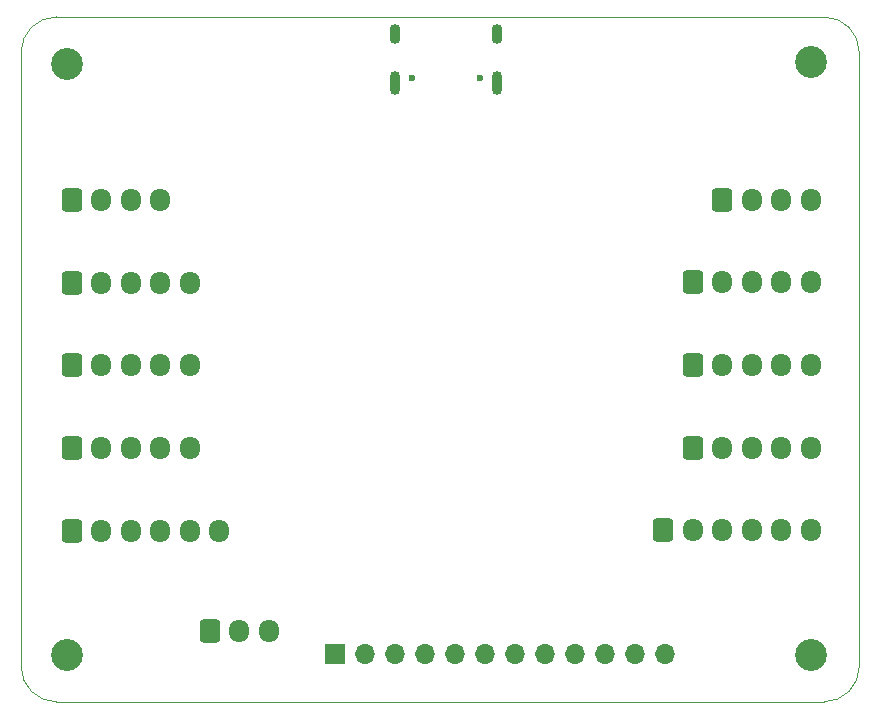
<source format=gbr>
%TF.GenerationSoftware,KiCad,Pcbnew,(6.0.8)*%
%TF.CreationDate,2023-02-03T15:48:26-08:00*%
%TF.ProjectId,RP2040_minimal,52503230-3430-45f6-9d69-6e696d616c2e,REV1*%
%TF.SameCoordinates,Original*%
%TF.FileFunction,Soldermask,Bot*%
%TF.FilePolarity,Negative*%
%FSLAX46Y46*%
G04 Gerber Fmt 4.6, Leading zero omitted, Abs format (unit mm)*
G04 Created by KiCad (PCBNEW (6.0.8)) date 2023-02-03 15:48:26*
%MOMM*%
%LPD*%
G01*
G04 APERTURE LIST*
G04 Aperture macros list*
%AMRoundRect*
0 Rectangle with rounded corners*
0 $1 Rounding radius*
0 $2 $3 $4 $5 $6 $7 $8 $9 X,Y pos of 4 corners*
0 Add a 4 corners polygon primitive as box body*
4,1,4,$2,$3,$4,$5,$6,$7,$8,$9,$2,$3,0*
0 Add four circle primitives for the rounded corners*
1,1,$1+$1,$2,$3*
1,1,$1+$1,$4,$5*
1,1,$1+$1,$6,$7*
1,1,$1+$1,$8,$9*
0 Add four rect primitives between the rounded corners*
20,1,$1+$1,$2,$3,$4,$5,0*
20,1,$1+$1,$4,$5,$6,$7,0*
20,1,$1+$1,$6,$7,$8,$9,0*
20,1,$1+$1,$8,$9,$2,$3,0*%
G04 Aperture macros list end*
%TA.AperFunction,Profile*%
%ADD10C,0.010000*%
%TD*%
%ADD11C,0.600000*%
%ADD12O,0.900000X2.000000*%
%ADD13O,0.900000X1.700000*%
%ADD14C,2.700000*%
%ADD15RoundRect,0.250000X-0.600000X-0.725000X0.600000X-0.725000X0.600000X0.725000X-0.600000X0.725000X0*%
%ADD16O,1.700000X1.950000*%
%ADD17R,1.700000X1.700000*%
%ADD18O,1.700000X1.700000*%
G04 APERTURE END LIST*
D10*
X63711300Y-123000000D02*
G75*
G03*
X66711320Y-126000000I3000000J0D01*
G01*
X63711320Y-123000000D02*
X63711320Y-71010000D01*
X66711320Y-126000000D02*
X131690000Y-126000000D01*
X134690000Y-71010000D02*
X134690000Y-123000000D01*
X134690000Y-71010000D02*
G75*
G03*
X131690000Y-68010000I-3000000J0D01*
G01*
X131690000Y-126000000D02*
G75*
G03*
X134690000Y-123000000I0J3000000D01*
G01*
X66711320Y-68010020D02*
G75*
G03*
X63711320Y-71010000I-20J-2999980D01*
G01*
X66711320Y-68010000D02*
X131690000Y-68010000D01*
D11*
%TO.C,J1*%
X102590000Y-73150000D03*
X96810000Y-73150000D03*
D12*
X95380000Y-73630000D03*
X104020000Y-73630000D03*
D13*
X104020000Y-69460000D03*
X95380000Y-69460000D03*
%TD*%
D14*
%TO.C,H2*%
X130590000Y-71850000D03*
%TD*%
%TO.C,H3*%
X130590000Y-122000000D03*
%TD*%
%TO.C,H1*%
X67590000Y-72000000D03*
%TD*%
%TO.C,H4*%
X67590000Y-122000000D03*
%TD*%
D15*
%TO.C,J12*%
X68000000Y-104500000D03*
D16*
X70500000Y-104500000D03*
X73000000Y-104500000D03*
X75500000Y-104500000D03*
X78000000Y-104500000D03*
%TD*%
D15*
%TO.C,J3*%
X118090000Y-111475000D03*
D16*
X120590000Y-111475000D03*
X123090000Y-111475000D03*
X125590000Y-111475000D03*
X128090000Y-111475000D03*
X130590000Y-111475000D03*
%TD*%
D17*
%TO.C,J14*%
X90265000Y-121950000D03*
D18*
X92805000Y-121950000D03*
X95345000Y-121950000D03*
X97885000Y-121950000D03*
X100425000Y-121950000D03*
X102965000Y-121950000D03*
X105505000Y-121950000D03*
X108045000Y-121950000D03*
X110585000Y-121950000D03*
X113125000Y-121950000D03*
X115665000Y-121950000D03*
X118205000Y-121950000D03*
%TD*%
D15*
%TO.C,J8*%
X123090000Y-83475000D03*
D16*
X125590000Y-83475000D03*
X128090000Y-83475000D03*
X130590000Y-83475000D03*
%TD*%
D15*
%TO.C,J7*%
X79690000Y-120025000D03*
D16*
X82190000Y-120025000D03*
X84690000Y-120025000D03*
%TD*%
D15*
%TO.C,J6*%
X68000000Y-90500000D03*
D16*
X70500000Y-90500000D03*
X73000000Y-90500000D03*
X75500000Y-90500000D03*
X78000000Y-90500000D03*
%TD*%
D15*
%TO.C,J13*%
X68000000Y-83500000D03*
D16*
X70500000Y-83500000D03*
X73000000Y-83500000D03*
X75500000Y-83500000D03*
%TD*%
D15*
%TO.C,J9*%
X120590000Y-97475000D03*
D16*
X123090000Y-97475000D03*
X125590000Y-97475000D03*
X128090000Y-97475000D03*
X130590000Y-97475000D03*
%TD*%
D15*
%TO.C,J10*%
X68000000Y-97500000D03*
D16*
X70500000Y-97500000D03*
X73000000Y-97500000D03*
X75500000Y-97500000D03*
X78000000Y-97500000D03*
%TD*%
D15*
%TO.C,J5*%
X120590000Y-90475000D03*
D16*
X123090000Y-90475000D03*
X125590000Y-90475000D03*
X128090000Y-90475000D03*
X130590000Y-90475000D03*
%TD*%
D15*
%TO.C,J11*%
X120590000Y-104475000D03*
D16*
X123090000Y-104475000D03*
X125590000Y-104475000D03*
X128090000Y-104475000D03*
X130590000Y-104475000D03*
%TD*%
D15*
%TO.C,J4*%
X68000000Y-111500000D03*
D16*
X70500000Y-111500000D03*
X73000000Y-111500000D03*
X75500000Y-111500000D03*
X78000000Y-111500000D03*
X80500000Y-111500000D03*
%TD*%
M02*

</source>
